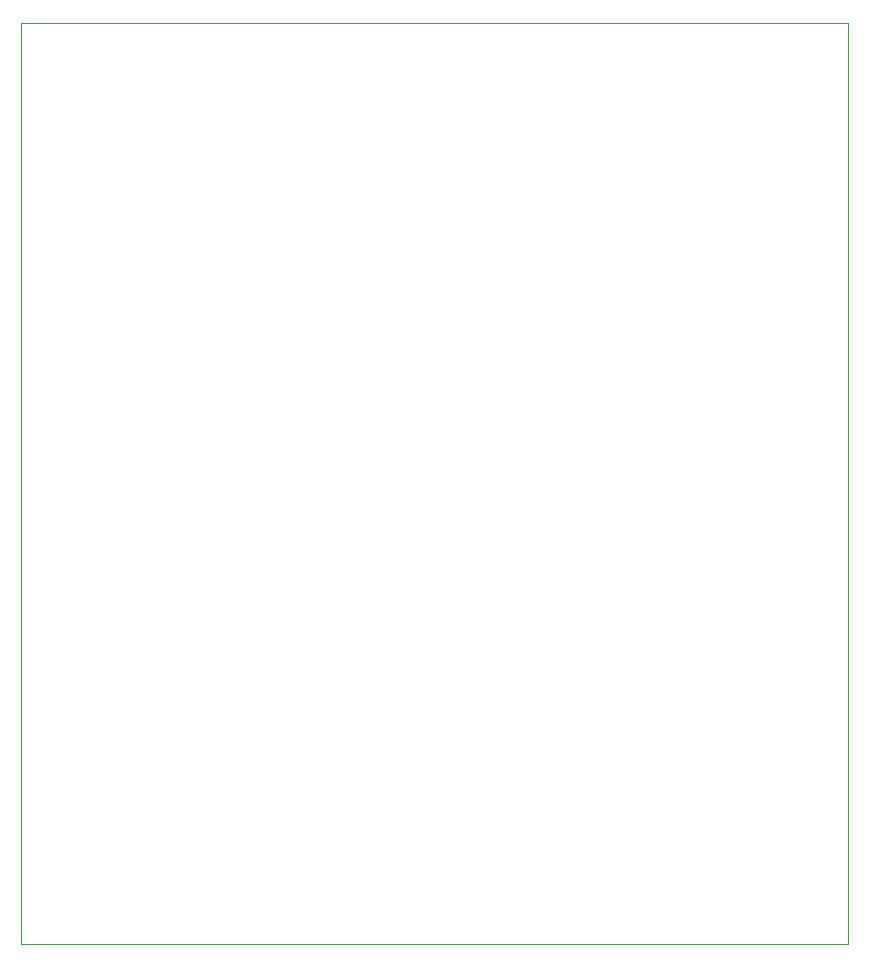
<source format=gbr>
%TF.GenerationSoftware,KiCad,Pcbnew,6.0.9-8da3e8f707~116~ubuntu20.04.1*%
%TF.CreationDate,2022-11-13T22:30:40-07:00*%
%TF.ProjectId,seedsigner-esp32-dev-board,73656564-7369-4676-9e65-722d65737033,rev?*%
%TF.SameCoordinates,Original*%
%TF.FileFunction,Profile,NP*%
%FSLAX46Y46*%
G04 Gerber Fmt 4.6, Leading zero omitted, Abs format (unit mm)*
G04 Created by KiCad (PCBNEW 6.0.9-8da3e8f707~116~ubuntu20.04.1) date 2022-11-13 22:30:40*
%MOMM*%
%LPD*%
G01*
G04 APERTURE LIST*
%TA.AperFunction,Profile*%
%ADD10C,0.100000*%
%TD*%
G04 APERTURE END LIST*
D10*
X0Y0D02*
X70000000Y0D01*
X70000000Y78000000D02*
X0Y78000000D01*
X0Y78000000D02*
X0Y0D01*
X70000000Y0D02*
X70000000Y78000000D01*
M02*

</source>
